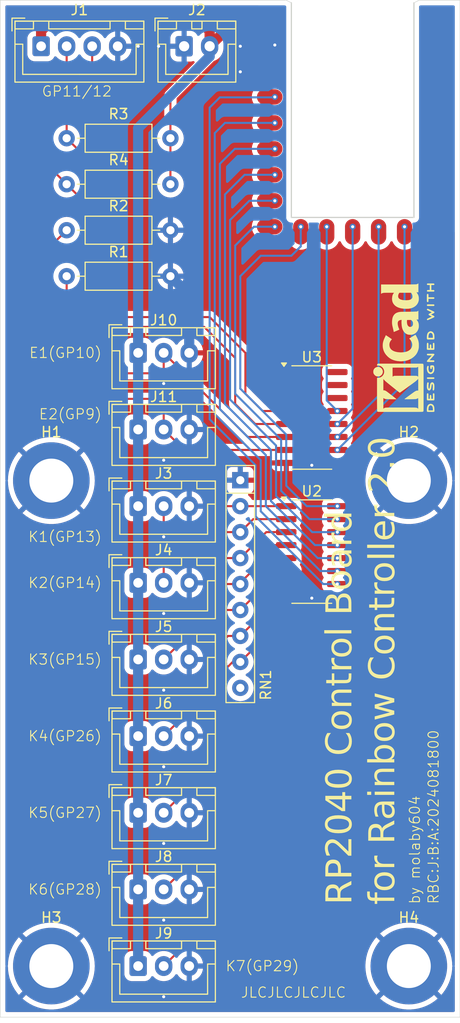
<source format=kicad_pcb>
(kicad_pcb (version 20240108) (generator "pcbnew") (generator_version "8.0")
  (layers (0 "F.Cu" signal) (31 "B.Cu" signal) (34 "B.Paste" user) (35 "F.Paste" user) (36 "B.SilkS" user "B.Silkscreen") (37 "F.SilkS" user "F.Silkscreen") (38 "B.Mask" user) (39 "F.Mask" user) (44 "Edge.Cuts" user))
  (net 0 "")
  (net 1 "K1")
  (net 2 "K2")
  (net 3 "GND")
  (net 4 "+5V")
  (net 5 "HBT1")
  (net 6 "HBT2")
  (net 7 "HBT3")
  (net 8 "HBT4")
  (net 9 "HBT5")
  (net 10 "HBT6")
  (net 11 "HBT7")
  (net 12 "HE1")
  (net 13 "HE2")
  (net 25 "LBT2")
  (net 26 "LBT5")
  (net 28 "LBT1")
  (net 29 "LBT4")
  (net 30 "LBT7")
  (net 31 "LBT6")
  (net 32 "LBT3")
  (net 33 "LK2")
  (net 34 "LK1")
  (net 35 "LE1")
  (net 36 "LE2")
  (footprint "Symbol:KiCad-Logo2_5mm_SilkScreen" (layer "F.Cu") (at 134.5 87 90)
    (property "Reference" "REF**" (hide yes))
    (property "Value" "KiCad-Logo2_5mm_SilkScreen" (hide yes))
  )
  (footprint "Connector_JST:JST_XH_B2B-XH-A_1x02_P2.50mm_Vertical" (layer "F.Cu") (at 113 57.5)
    (property "Reference" "J2" (at 1.25 -3.55 0) (layer "F.SilkS"))
    (property "Value" "2ND_PWR")
    (pad "1" thru_hole roundrect (at 0 0) (size 1.7 2) (drill 1) (layers "*.Cu" "*.Mask") (roundrect_rratio 0.147059) (net 3 "GND"))
    (pad "2" thru_hole oval (at 2.5 0) (size 1.7 2) (drill 1) (layers "*.Cu" "*.Mask") (net 4 "+5V"))
  )
  (footprint "Resistor_THT:R_Array_SIP9" (layer "F.Cu") (at 118.5 99.96 -90)
    (property "Reference" "RN1" (at 20.04 -2.5 90) (layer "F.SilkS"))
    (property "Value" "10K")
    (pad "1" thru_hole rect (at 0 0 270) (size 1.6 1.6) (drill 0.8) (layers "*.Cu" "*.Mask") (net 3 "GND"))
    (pad "2" thru_hole oval (at 2.54 0 270) (size 1.6 1.6) (drill 0.8) (layers "*.Cu" "*.Mask") (net 5 "HBT1"))
    (pad "3" thru_hole oval (at 5.08 0 270) (size 1.6 1.6) (drill 0.8) (layers "*.Cu" "*.Mask") (net 6 "HBT2"))
    (pad "4" thru_hole oval (at 7.62 0 270) (size 1.6 1.6) (drill 0.8) (layers "*.Cu" "*.Mask") (net 7 "HBT3"))
    (pad "5" thru_hole oval (at 10.16 0 270) (size 1.6 1.6) (drill 0.8) (layers "*.Cu" "*.Mask") (net 8 "HBT4"))
    (pad "6" thru_hole oval (at 12.7 0 270) (size 1.6 1.6) (drill 0.8) (layers "*.Cu" "*.Mask") (net 9 "HBT5"))
    (pad "7" thru_hole oval (at 15.24 0 270) (size 1.6 1.6) (drill 0.8) (layers "*.Cu" "*.Mask") (net 10 "HBT6"))
    (pad "8" thru_hole oval (at 17.78 0 270) (size 1.6 1.6) (drill 0.8) (layers "*.Cu" "*.Mask") (net 11 "HBT7"))
    (pad "9" thru_hole oval (at 20.32 0 270) (size 1.6 1.6) (drill 0.8) (layers "*.Cu" "*.Mask"))
  )
  (footprint "Connector_JST:JST_XH_B3B-XH-A_1x03_P2.50mm_Vertical" (layer "F.Cu") (at 108.5 140)
    (property "Reference" "J8" (at 2.5 -3.2 0) (layer "F.SilkS"))
    (property "Value" "BT6")
    (pad "1" thru_hole roundrect (at 0 0) (size 1.7 1.95) (drill 0.95) (layers "*.Cu" "*.Mask") (roundrect_rratio 0.147059) (net 4 "+5V"))
    (pad "2" thru_hole oval (at 2.5 0) (size 1.7 1.95) (drill 0.95) (layers "*.Cu" "*.Mask") (net 10 "HBT6"))
    (pad "3" thru_hole oval (at 5 0) (size 1.7 1.95) (drill 0.95) (layers "*.Cu" "*.Mask") (net 3 "GND"))
  )
  (footprint "Connector_JST:JST_XH_B3B-XH-A_1x03_P2.50mm_Vertical" (layer "F.Cu") (at 108.5 95)
    (property "Reference" "J11" (at 2.5 -3.2 0) (layer "F.SilkS"))
    (property "Value" "E2")
    (pad "1" thru_hole roundrect (at 0 0) (size 1.7 1.95) (drill 0.95) (layers "*.Cu" "*.Mask") (roundrect_rratio 0.147059) (net 4 "+5V"))
    (pad "2" thru_hole oval (at 2.5 0) (size 1.7 1.95) (drill 0.95) (layers "*.Cu" "*.Mask") (net 13 "HE2"))
    (pad "3" thru_hole oval (at 5 0) (size 1.7 1.95) (drill 0.95) (layers "*.Cu" "*.Mask") (net 3 "GND"))
  )
  (footprint "MountingHole:MountingHole_4.3mm_M4_DIN965_Pad" (layer "F.Cu") (at 100 100)
    (property "Reference" "H1" (at 0 -4.75 0) (layer "F.SilkS"))
    (property "Value" "M4")
    (pad "1" thru_hole circle (at 0 0) (size 7.5 7.5) (drill 4.3) (layers "*.Cu" "*.Mask") (net 3 "GND"))
  )
  (footprint "Connector_JST:JST_XH_B3B-XH-A_1x03_P2.50mm_Vertical" (layer "F.Cu") (at 108.5 117.5)
    (property "Reference" "J5" (at 2.5 -3.2 0) (layer "F.SilkS"))
    (property "Value" "BT3")
    (pad "1" thru_hole roundrect (at 0 0) (size 1.7 1.95) (drill 0.95) (layers "*.Cu" "*.Mask") (roundrect_rratio 0.147059) (net 4 "+5V"))
    (pad "2" thru_hole oval (at 2.5 0) (size 1.7 1.95) (drill 0.95) (layers "*.Cu" "*.Mask") (net 7 "HBT3"))
    (pad "3" thru_hole oval (at 5 0) (size 1.7 1.95) (drill 0.95) (layers "*.Cu" "*.Mask") (net 3 "GND"))
  )
  (footprint "mcu:rp2040-zero-smd" (layer "F.Cu") (at 129.5 65)
    (property "Reference" "U1" (hide yes))
    (property "Value" "rp2040-zero" (hide yes))
    (fp_line (start -6 -11.75) (end -6 9.25) (stroke (width 0.12)) (layer "Edge.Cuts"))
    (fp_line (start -6 9.25) (end 6 9.25) (stroke (width 0.12)) (layer "Edge.Cuts"))
    (fp_line (start 6 9.25) (end 6 -11.75) (stroke (width 0.12)) (layer "Edge.Cuts"))
    (pad "1" smd oval (at 7.62 -10.16 180) (size 2.5 1.5) (drill (offset -0.5 0)) (layers "F.Cu" "F.Paste" "F.Mask"))
    (pad "2" smd oval (at 7.62 -7.62 180) (size 2.5 1.5) (drill (offset -0.5 0)) (layers "F.Cu" "F.Paste" "F.Mask"))
    (pad "3" smd oval (at 7.62 -5.08 180) (size 2.5 1.5) (drill (offset -0.5 0)) (layers "F.Cu" "F.Paste" "F.Mask"))
    (pad "4" smd oval (at 7.62 -2.54 180) (size 2.5 1.5) (drill (offset -0.5 0)) (layers "F.Cu" "F.Paste" "F.Mask"))
    (pad "5" smd oval (at 7.62 0 180) (size 2.5 1.5) (drill (offset -0.5 0)) (layers "F.Cu" "F.Paste" "F.Mask"))
    (pad "6" smd oval (at 7.62 2.54 180) (size 2.5 1.5) (drill (offset -0.5 0)) (layers "F.Cu" "F.Paste" "F.Mask"))
    (pad "7" smd oval (at 7.62 5.08 180) (size 2.5 1.5) (drill (offset -0.5 0)) (layers "F.Cu" "F.Paste" "F.Mask"))
    (pad "8" smd oval (at 7.62 7.62 180) (size 2.5 1.5) (drill (offset -0.5 0)) (layers "F.Cu" "F.Paste" "F.Mask"))
    (pad "9" smd oval (at 7.62 10.16 180) (size 2.5 1.5) (drill (offset -0.5 0)) (layers "F.Cu" "F.Paste" "F.Mask"))
    (pad "10" smd oval (at 5.08 10.16 90) (size 2.5 1.5) (drill (offset -0.5 0)) (layers "F.Cu" "F.Paste" "F.Mask") (net 36 "LE2"))
    (pad "11" smd oval (at 2.54 10.16 90) (size 2.5 1.5) (drill (offset -0.5 0)) (layers "F.Cu" "F.Paste" "F.Mask") (net 35 "LE1"))
    (pad "12" smd oval (at 0 10.16 90) (size 2.5 1.5) (drill (offset -0.5 0)) (layers "F.Cu" "F.Paste" "F.Mask") (net 33 "LK2"))
    (pad "13" smd oval (at -2.54 10.16 90) (size 2.5 1.5) (drill (offset -0.5 0)) (layers "F.Cu" "F.Paste" "F.Mask") (net 34 "LK1"))
    (pad "14" smd oval (at -5.08 10.16 90) (size 2.5 1.5) (drill (offset -0.5 0)) (layers "F.Cu" "F.Paste" "F.Mask") (net 28 "LBT1"))
    (pad "15" smd oval (at -7.62 10.16) (size 2.5 1.5) (drill (offset -0.5 0)) (layers "F.Cu" "F.Paste" "F.Mask") (net 25 "LBT2"))
    (pad "16" smd oval (at -7.62 7.62) (size 2.5 1.5) (drill (offset -0.5 0)) (layers "F.Cu" "F.Paste" "F.Mask") (net 32 "LBT3"))
    (pad "17" smd oval (at -7.62 5.08) (size 2.5 1.5) (drill (offset -0.5 0)) (layers "F.Cu" "F.Paste" "F.Mask") (net 29 "LBT4"))
    (pad "18" smd oval (at -7.62 2.54) (size 2.5 1.5) (drill (offset -0.5 0)) (layers "F.Cu" "F.Paste" "F.Mask") (net 26 "LBT5"))
    (pad "19" smd oval (at -7.62 0) (size 2.5 1.5) (drill (offset -0.5 0)) (layers "F.Cu" "F.Paste" "F.Mask") (net 31 "LBT6"))
    (pad "20" smd oval (at -7.62 -2.54) (size 2.5 1.5) (drill (offset -0.5 0)) (layers "F.Cu" "F.Paste" "F.Mask") (net 30 "LBT7"))
    (pad "21" smd oval (at -7.62 -5.08) (size 2.5 1.5) (drill (offset -0.5 0)) (layers "F.Cu" "F.Paste" "F.Mask"))
    (pad "22" smd oval (at -7.62 -7.62) (size 2.5 1.5) (drill (offset -0.5 0)) (layers "F.Cu" "F.Paste" "F.Mask") (net 3 "GND"))
    (pad "23" smd oval (at -7.62 -10.16) (size 2.5 1.5) (drill (offset -0.5 0)) (layers "F.Cu" "F.Paste" "F.Mask") (net 4 "+5V"))
  )
  (footprint "Connector_JST:JST_XH_B3B-XH-A_1x03_P2.50mm_Vertical" (layer "F.Cu") (at 108.5 87.5)
    (property "Reference" "J10" (at 2.5 -3.2 0) (layer "F.SilkS"))
    (property "Value" "E1")
    (pad "1" thru_hole roundrect (at 0 0) (size 1.7 1.95) (drill 0.95) (layers "*.Cu" "*.Mask") (roundrect_rratio 0.147059) (net 4 "+5V"))
    (pad "2" thru_hole oval (at 2.5 0) (size 1.7 1.95) (drill 0.95) (layers "*.Cu" "*.Mask") (net 12 "HE1"))
    (pad "3" thru_hole oval (at 5 0) (size 1.7 1.95) (drill 0.95) (layers "*.Cu" "*.Mask") (net 3 "GND"))
  )
  (footprint "MountingHole:MountingHole_4.3mm_M4_DIN965_Pad" (layer "F.Cu") (at 100 147.5)
    (property "Reference" "H3" (at 0 -4.75 0) (layer "F.SilkS"))
    (property "Value" "M4")
    (pad "1" thru_hole circle (at 0 0) (size 7.5 7.5) (drill 4.3) (layers "*.Cu" "*.Mask") (net 3 "GND"))
  )
  (footprint "MountingHole:MountingHole_4.3mm_M4_DIN965_Pad" (layer "F.Cu") (at 135 147.5)
    (property "Reference" "H4" (at 0 -4.75 0) (layer "F.SilkS"))
    (property "Value" "M4")
    (pad "1" thru_hole circle (at 0 0) (size 7.5 7.5) (drill 4.3) (layers "*.Cu" "*.Mask") (net 3 "GND"))
  )
  (footprint "Resistor_THT:R_Axial_DIN0207_L6.3mm_D2.5mm_P10.16mm_Horizontal" (layer "F.Cu") (at 101.5 80)
    (property "Reference" "R1" (at 5.08 -2.37 0) (layer "F.SilkS"))
    (property "Value" "10k")
    (pad "1" thru_hole circle (at 0 0) (size 1.6 1.6) (drill 0.8) (layers "*.Cu" "*.Mask") (net 12 "HE1"))
    (pad "2" thru_hole oval (at 10.16 0) (size 1.6 1.6) (drill 0.8) (layers "*.Cu" "*.Mask") (net 3 "GND"))
  )
  (footprint "MountingHole:MountingHole_4.3mm_M4_DIN965_Pad" (layer "F.Cu") (at 135 100)
    (property "Reference" "H2" (at 0 -4.75 0) (layer "F.SilkS"))
    (property "Value" "M4")
    (pad "1" thru_hole circle (at 0 0) (size 7.5 7.5) (drill 4.3) (layers "*.Cu" "*.Mask") (net 3 "GND"))
  )
  (footprint "Package_SO:SOP-16_3.9x9.9mm_P1.27mm" (layer "F.Cu") (at 125.5 106.945)
    (property "Reference" "U2" (at 0 -5.9 0) (layer "F.SilkS"))
    (property "Value" "ULN2003")
    (pad "1" smd roundrect (at -2.5 -4.445) (size 2 0.6) (layers "F.Cu" "F.Paste" "F.Mask") (net 5 "HBT1"))
    (pad "2" smd roundrect (at -2.5 -3.175) (size 2 0.6) (layers "F.Cu" "F.Paste" "F.Mask") (net 6 "HBT2"))
    (pad "3" smd roundrect (at -2.5 -1.905) (size 2 0.6) (layers "F.Cu" "F.Paste" "F.Mask") (net 7 "HBT3"))
    (pad "4" smd roundrect (at -2.5 -0.635) (size 2 0.6) (layers "F.Cu" "F.Paste" "F.Mask") (net 8 "HBT4"))
    (pad "5" smd roundrect (at -2.5 0.635) (size 2 0.6) (layers "F.Cu" "F.Paste" "F.Mask") (net 9 "HBT5"))
    (pad "6" smd roundrect (at -2.5 1.905) (size 2 0.6) (layers "F.Cu" "F.Paste" "F.Mask") (net 10 "HBT6"))
    (pad "7" smd roundrect (at -2.5 3.175) (size 2 0.6) (layers "F.Cu" "F.Paste" "F.Mask") (net 11 "HBT7"))
    (pad "8" smd roundrect (at -2.5 4.445) (size 2 0.6) (layers "F.Cu" "F.Paste" "F.Mask") (net 3 "GND"))
    (pad "9" smd roundrect (at 2.5 4.445) (size 2 0.6) (layers "F.Cu" "F.Paste" "F.Mask"))
    (pad "10" smd roundrect (at 2.5 3.175) (size 2 0.6) (layers "F.Cu" "F.Paste" "F.Mask") (net 30 "LBT7"))
    (pad "11" smd roundrect (at 2.5 1.905) (size 2 0.6) (layers "F.Cu" "F.Paste" "F.Mask") (net 31 "LBT6"))
    (pad "12" smd roundrect (at 2.5 0.635) (size 2 0.6) (layers "F.Cu" "F.Paste" "F.Mask") (net 26 "LBT5"))
    (pad "13" smd roundrect (at 2.5 -0.635) (size 2 0.6) (layers "F.Cu" "F.Paste" "F.Mask") (net 29 "LBT4"))
    (pad "14" smd roundrect (at 2.5 -1.905) (size 2 0.6) (layers "F.Cu" "F.Paste" "F.Mask") (net 32 "LBT3"))
    (pad "15" smd roundrect (at 2.5 -3.175) (size 2 0.6) (layers "F.Cu" "F.Paste" "F.Mask") (net 25 "LBT2"))
    (pad "16" smd roundrect (at 2.5 -4.445) (size 2 0.6) (layers "F.Cu" "F.Paste" "F.Mask") (net 28 "LBT1"))
  )
  (footprint "Resistor_THT:R_Axial_DIN0207_L6.3mm_D2.5mm_P10.16mm_Horizontal" (layer "F.Cu") (at 101.5 66.5)
    (property "Reference" "R3" (at 5.08 -2.37 0) (layer "F.SilkS"))
    (property "Value" "10k")
    (pad "1" thru_hole circle (at 0 0) (size 1.6 1.6) (drill 0.8) (layers "*.Cu" "*.Mask") (net 1 "K1"))
    (pad "2" thru_hole oval (at 10.16 0) (size 1.6 1.6) (drill 0.8) (layers "*.Cu" "*.Mask") (net 4 "+5V"))
  )
  (footprint "Resistor_THT:R_Axial_DIN0207_L6.3mm_D2.5mm_P10.16mm_Horizontal" (layer "F.Cu") (at 101.5 71)
    (property "Reference" "R4" (at 5.08 -2.37 0) (layer "F.SilkS"))
    (property "Value" "10k")
    (pad "1" thru_hole circle (at 0 0) (size 1.6 1.6) (drill 0.8) (layers "*.Cu" "*.Mask") (net 2 "K2"))
    (pad "2" thru_hole oval (at 10.16 0) (size 1.6 1.6) (drill 0.8) (layers "*.Cu" "*.Mask") (net 4 "+5V"))
  )
  (footprint "Connector_JST:JST_XH_B3B-XH-A_1x03_P2.50mm_Vertical" (layer "F.Cu") (at 108.5 125)
    (property "Reference" "J6" (at 2.5 -3.2 0) (layer "F.SilkS"))
    (property "Value" "BT4")
    (pad "1" thru_hole roundrect (at 0 0) (size 1.7 1.95) (drill 0.95) (layers "*.Cu" "*.Mask") (roundrect_rratio 0.147059) (net 4 "+5V"))
    (pad "2" thru_hole oval (at 2.5 0) (size 1.7 1.95) (drill 0.95) (layers "*.Cu" "*.Mask") (net 8 "HBT4"))
    (pad "3" thru_hole oval (at 5 0) (size 1.7 1.95) (drill 0.95) (layers "*.Cu" "*.Mask") (net 3 "GND"))
  )
  (footprint "Connector_JST:JST_XH_B3B-XH-A_1x03_P2.50mm_Vertical" (layer "F.Cu") (at 108.5 110)
    (property "Reference" "J4" (at 2.5 -3.2 0) (layer "F.SilkS"))
    (property "Value" "BT2")
    (pad "1" thru_hole roundrect (at 0 0) (size 1.7 1.95) (drill 0.95) (layers "*.Cu" "*.Mask") (roundrect_rratio 0.147059) (net 4 "+5V"))
    (pad "2" thru_hole oval (at 2.5 0) (size 1.7 1.95) (drill 0.95) (layers "*.Cu" "*.Mask") (net 6 "HBT2"))
    (pad "3" thru_hole oval (at 5 0) (size 1.7 1.95) (drill 0.95) (layers "*.Cu" "*.Mask") (net 3 "GND"))
  )
  (footprint "Connector_JST:JST_XH_B3B-XH-A_1x03_P2.50mm_Vertical" (layer "F.Cu") (at 108.5 102.5)
    (property "Reference" "J3" (at 2.5 -3.2 0) (layer "F.SilkS"))
    (property "Value" "BT1")
    (pad "1" thru_hole roundrect (at 0 0) (size 1.7 1.95) (drill 0.95) (layers "*.Cu" "*.Mask") (roundrect_rratio 0.147059) (net 4 "+5V"))
    (pad "2" thru_hole oval (at 2.5 0) (size 1.7 1.95) (drill 0.95) (layers "*.Cu" "*.Mask") (net 5 "HBT1"))
    (pad "3" thru_hole oval (at 5 0) (size 1.7 1.95) (drill 0.95) (layers "*.Cu" "*.Mask") (net 3 "GND"))
  )
  (footprint "Connector_JST:JST_XH_B4B-XH-A_1x04_P2.50mm_Vertical" (layer "F.Cu") (at 99 57.5)
    (property "Reference" "J1" (at 3.75 -3.55 0) (layer "F.SilkS"))
    (property "Value" "SCR_SENSE")
    (pad "1" thru_hole roundrect (at 0 0) (size 1.7 1.95) (drill 0.95) (layers "*.Cu" "*.Mask") (roundrect_rratio 0.147059) (net 4 "+5V"))
    (pad "2" thru_hole oval (at 2.5 0) (size 1.7 1.95) (drill 0.95) (layers "*.Cu" "*.Mask") (net 2 "K2"))
    (pad "3" thru_hole oval (at 5 0) (size 1.7 1.95) (drill 0.95) (layers "*.Cu" "*.Mask") (net 1 "K1"))
    (pad "4" thru_hole oval (at 7.5 0) (size 1.7 1.95) (drill 0.95) (layers "*.Cu" "*.Mask") (net 3 "GND"))
  )
  (footprint "Package_SO:SOP-16_3.9x9.9mm_P1.27mm" (layer "F.Cu") (at 125.5 93.825)
    (property "Reference" "U3" (at 0 -5.9 0) (layer "F.SilkS"))
    (property "Value" "ULN2003")
    (pad "1" smd roundrect (at -2.5 -4.445) (size 2 0.6) (layers "F.Cu" "F.Paste" "F.Mask"))
    (pad "2" smd roundrect (at -2.5 -3.175) (size 2 0.6) (layers "F.Cu" "F.Paste" "F.Mask"))
    (pad "3" smd roundrect (at -2.5 -1.905) (size 2 0.6) (layers "F.Cu" "F.Paste" "F.Mask"))
    (pad "4" smd roundrect (at -2.5 -0.635) (size 2 0.6) (layers "F.Cu" "F.Paste" "F.Mask") (net 1 "K1"))
    (pad "5" smd roundrect (at -2.5 0.635) (size 2 0.6) (layers "F.Cu" "F.Paste" "F.Mask") (net 2 "K2"))
    (pad "6" smd roundrect (at -2.5 1.905) (size 2 0.6) (layers "F.Cu" "F.Paste" "F.Mask") (net 12 "HE1"))
    (pad "7" smd roundrect (at -2.5 3.175) (size 2 0.6) (layers "F.Cu" "F.Paste" "F.Mask") (net 13 "HE2"))
    (pad "8" smd roundrect (at -2.5 4.445) (size 2 0.6) (layers "F.Cu" "F.Paste" "F.Mask") (net 3 "GND"))
    (pad "9" smd roundrect (at 2.5 4.445) (size 2 0.6) (layers "F.Cu" "F.Paste" "F.Mask"))
    (pad "10" smd roundrect (at 2.5 3.175) (size 2 0.6) (layers "F.Cu" "F.Paste" "F.Mask") (net 36 "LE2"))
    (pad "11" smd roundrect (at 2.5 1.905) (size 2 0.6) (layers "F.Cu" "F.Paste" "F.Mask") (net 35 "LE1"))
    (pad "12" smd roundrect (at 2.5 0.635) (size 2 0.6) (layers "F.Cu" "F.Paste" "F.Mask") (net 33 "LK2"))
    (pad "13" smd roundrect (at 2.5 -0.635) (size 2 0.6) (layers "F.Cu" "F.Paste" "F.Mask") (net 34 "LK1"))
    (pad "14" smd roundrect (at 2.5 -1.905) (size 2 0.6) (layers "F.Cu" "F.Paste" "F.Mask"))
    (pad "15" smd roundrect (at 2.5 -3.175) (size 2 0.6) (layers "F.Cu" "F.Paste" "F.Mask"))
    (pad "16" smd roundrect (at 2.5 -4.445) (size 2 0.6) (layers "F.Cu" "F.Paste" "F.Mask"))
  )
  (footprint "Resistor_THT:R_Axial_DIN0207_L6.3mm_D2.5mm_P10.16mm_Horizontal" (layer "F.Cu") (at 101.5 75.5)
    (property "Reference" "R2" (at 5.08 -2.37 0) (layer "F.SilkS"))
    (property "Value" "10k")
    (pad "1" thru_hole circle (at 0 0) (size 1.6 1.6) (drill 0.8) (layers "*.Cu" "*.Mask") (net 13 "HE2"))
    (pad "2" thru_hole oval (at 10.16 0) (size 1.6 1.6) (drill 0.8) (layers "*.Cu" "*.Mask") (net 3 "GND"))
  )
  (footprint "Connector_JST:JST_XH_B3B-XH-A_1x03_P2.50mm_Vertical" (layer "F.Cu") (at 108.5 147.5)
    (property "Reference" "J9" (at 2.5 -3.2 0) (layer "F.SilkS"))
    (property "Value" "BT7")
    (pad "1" thru_hole roundrect (at 0 0) (size 1.7 1.95) (drill 0.95) (layers "*.Cu" "*.Mask") (roundrect_rratio 0.147059) (net 4 "+5V"))
    (pad "2" thru_hole oval (at 2.5 0) (size 1.7 1.95) (drill 0.95) (layers "*.Cu" "*.Mask") (net 11 "HBT7"))
    (pad "3" thru_hole oval (at 5 0) (size 1.7 1.95) (drill 0.95) (layers "*.Cu" "*.Mask") (net 3 "GND"))
  )
  (footprint "Connector_JST:JST_XH_B3B-XH-A_1x03_P2.50mm_Vertical" (layer "F.Cu") (at 108.5 132.5)
    (property "Reference" "J7" (at 2.5 -3.2 0) (layer "F.SilkS"))
    (property "Value" "BT5")
    (pad "1" thru_hole roundrect (at 0 0) (size 1.7 1.95) (drill 0.95) (layers "*.Cu" "*.Mask") (roundrect_rratio 0.147059) (net 4 "+5V"))
    (pad "2" thru_hole oval (at 2.5 0) (size 1.7 1.95) (drill 0.95) (layers "*.Cu" "*.Mask") (net 9 "HBT5"))
    (pad "3" thru_hole oval (at 5 0) (size 1.7 1.95) (drill 0.95) (layers "*.Cu" "*.Mask") (net 3 "GND"))
  )
  (gr_line (start 95 152.5) (end 140 152.5) (stroke (width 0.05)) (layer "Edge.Cuts"))
  (gr_line (start 140 53) (end 136 53) (stroke (width 0.05)) (layer "Edge.Cuts"))
  (gr_line (start 123.5 53.25) (end 123 53) (stroke (width 0.05)) (layer "Edge.Cuts"))
  (gr_line (start 123 53) (end 95 53) (stroke (width 0.05)) (layer "Edge.Cuts"))
  (gr_line (start 140 152.5) (end 140 53) (stroke (width 0.05)) (layer "Edge.Cuts"))
  (gr_line (start 136 53) (end 135.5 53.25) (stroke (width 0.05)) (layer "Edge.Cuts"))
  (gr_line (start 95 53) (end 95 152.5) (stroke (width 0.05)) (layer "Edge.Cuts"))
  (gr_text "K1(GP13)" (at 105 105.5 0) (layer "F.SilkS") (effects (font (size 1 1) (thickness 0.1)) (justify right)))
  (gr_text "K6(GP28)" (at 105 140 0) (layer "F.SilkS") (effects (font (size 1 1) (thickness 0.1)) (justify right)))
  (gr_text "JLCJLCJLCJLC" (at 118.5 149.5 0) (layer "F.SilkS") (effects (font (size 1 1) (thickness 0.1)) (justify left top)))
  (gr_text "by molaby604" (at 135 141.5 90) (layer "F.SilkS") (effects (font (size 1 1) (thickness 0.1)) (justify left top)))
  (gr_text "K7(GP29)" (at 117 147.5 0) (layer "F.SilkS") (effects (font (size 1 1) (thickness 0.1)) (justify left)))
  (gr_text "GP11/12" (at 102.5 62.5 0) (layer "F.SilkS") (effects (font (size 1 1) (thickness 0.1)) (justify bottom)))
  (gr_text "E1(GP10)" (at 105 87.5 0) (layer "F.SilkS") (effects (font (size 1 1) (thickness 0.1)) (justify right)))
  (gr_text "K4(GP26)" (at 105 125 0) (layer "F.SilkS") (effects (font (size 1 1) (thickness 0.1)) (justify right)))
  (gr_text "RP2040 Control Board\nfor Rainbow Controller 2.0" (at 134 141.5 90) (layer "F.SilkS") (effects (font (size 2.5 2.5) (thickness 0.1)) (justify left bottom)))
  (gr_text "E2(GP9)" (at 105 93.5 0) (layer "F.SilkS") (effects (font (size 1 1) (thickness 0.1)) (justify right)))
  (gr_text "RBC:J:B:A:2024081800" (at 138 141.5 90) (layer "F.SilkS") (effects (font (size 1 1) (thickness 0.1)) (justify left bottom)))
  (gr_text "K5(GP27)" (at 105 132.5 0) (layer "F.SilkS") (effects (font (size 1 1) (thickness 0.1)) (justify right)))
  (gr_text "K3(GP15)" (at 105 117.5 0) (layer "F.SilkS") (effects (font (size 1 1) (thickness 0.1)) (justify right)))
  (gr_text "K2(GP14)" (at 105 110 0) (layer "F.SilkS") (effects (font (size 1 1) (thickness 0.1)) (justify right)))
  (segment (start 105 82) (end 107 84) (width 0.2) (layer "F.Cu") (net 1))
  (segment (start 115.5 84) (end 119 87.5) (width 0.2) (layer "F.Cu") (net 1))
  (segment (start 104 57.5) (end 104 61) (width 0.2) (layer "F.Cu") (net 1))
  (segment (start 119 91.5) (end 120.69 93.19) (width 0.2) (layer "F.Cu") (net 1))
  (segment (start 105 70) (end 105 82) (width 0.2) (layer "F.Cu") (net 1))
  (segment (start 107 84) (end 115.5 84) (width 0.2) (layer "F.Cu") (net 1))
  (segment (start 101.5 66.5) (end 105 70) (width 0.2) (layer "F.Cu") (net 1))
  (segment (start 104 61) (end 101.5 63.5) (width 0.2) (layer "F.Cu") (net 1))
  (segment (start 120.69 93.19) (end 123 93.19) (width 0.2) (layer "F.Cu") (net 1))
  (segment (start 119 87.5) (end 119 91.5) (width 0.2) (layer "F.Cu") (net 1))
  (segment (start 101.5 63.5) (end 101.5 66.5) (width 0.2) (layer "F.Cu") (net 1))
  (segment (start 103.5 83) (end 105.46 84.96) (width 0.2) (layer "F.Cu") (net 2))
  (segment (start 119.96 94.46) (end 123 94.46) (width 0.2) (layer "F.Cu") (net 2))
  (segment (start 105.46 84.96) (end 114.96 84.96) (width 0.2) (layer "F.Cu") (net 2))
  (segment (start 99.5 69) (end 101.5 71) (width 0.2) (layer "F.Cu") (net 2))
  (segment (start 101.5 57.5) (end 101.5 61) (width 0.2) (layer "F.Cu") (net 2))
  (segment (start 101.5 71) (end 103.5 73) (width 0.2) (layer "F.Cu") (net 2))
  (segment (start 101.5 61) (end 99.5 63) (width 0.2) (layer "F.Cu") (net 2))
  (segment (start 99.5 63) (end 99.5 69) (width 0.2) (layer "F.Cu") (net 2))
  (segment (start 118 92.5) (end 119.96 94.46) (width 0.2) (layer "F.Cu") (net 2))
  (segment (start 118 88) (end 118 92.5) (width 0.2) (layer "F.Cu") (net 2))
  (segment (start 103.5 73) (end 103.5 83) (width 0.2) (layer "F.Cu") (net 2))
  (segment (start 114.96 84.96) (end 118 88) (width 0.2) (layer "F.Cu") (net 2))
  (via (at 111 105.5) (size 0.6) (drill 0.3) (layers "F.Cu" "B.Cu") (net 3))
  (via (at 111 98) (size 0.6) (drill 0.3) (layers "F.Cu" "B.Cu") (net 3))
  (via (at 111 128) (size 0.6) (drill 0.3) (layers "F.Cu" "B.Cu") (net 3))
  (via (at 118.5 60) (size 0.6) (drill 0.3) (layers "F.Cu" "B.Cu") (net 3))
  (via (at 111 90.5) (size 0.6) (drill 0.3) (layers "F.Cu" "B.Cu") (net 3))
  (via (at 125.5 111.5) (size 0.6) (drill 0.3) (layers "F.Cu" "B.Cu") (net 3))
  (via (at 111 150.5) (size 0.6) (drill 0.3) (layers "F.Cu" "B.Cu") (net 3))
  (via (at 111 135.5) (size 0.6) (drill 0.3) (layers "F.Cu" "B.Cu") (net 3))
  (via (at 111 120.5) (size 0.6) (drill 0.3) (layers "F.Cu" "B.Cu") (net 3))
  (via (at 125.5 98.5) (size 0.6) (drill 0.3) (layers "F.Cu" "B.Cu") (net 3))
  (via (at 118.5 57.5) (size 0.6) (drill 0.3) (layers "F.Cu" "B.Cu") (net 3))
  (via (at 108.5 57.5) (size 0.6) (drill 0.3) (layers "F.Cu" "B.Cu") (net 3))
  (via (at 111 113) (size 0.6) (drill 0.3) (layers "F.Cu" "B.Cu") (net 3))
  (via (at 110.5 57.5) (size 0.6) (drill 0.3) (layers "F.Cu" "B.Cu") (net 3))
  (via (at 121.88 57.38) (size 0.6) (drill 0.3) (layers "F.Cu" "B.Cu") (net 3))
  (via (at 111 143) (size 0.6) (drill 0.3) (layers "F.Cu" "B.Cu") (net 3))
  (segment (start 113.5 87.5) (end 113.5 81.84) (width 1) (layer "B.Cu") (net 3))
  (segment (start 113.5 81.84) (end 111.66 80) (width 1) (layer "B.Cu") (net 3))
  (segment (start 111.66 71) (end 111.66 66.5) (width 0.2) (layer "F.Cu") (net 4))
  (segment (start 115.5 57.5) (end 118.16 54.84) (width 1) (layer "F.Cu") (net 4))
  (segment (start 111.66 62.34) (end 115.5 58.5) (width 0.2) (layer "F.Cu") (net 4))
  (segment (start 118.16 54.84) (end 121.88 54.84) (width 1) (layer "F.Cu") (net 4))
  (segment (start 115.5 56) (end 114.5 55) (width 1) (layer "F.Cu") (net 4))
  (segment (start 115.5 57.5) (end 115.5 56) (width 1) (layer "F.Cu") (net 4))
  (segment (start 99 56) (end 99 57.5) (width 1) (layer "F.Cu") (net 4))
  (segment (start 114.5 55) (end 100 55) (width 1) (layer "F.Cu") (net 4))
  (segment (start 111.66 66.5) (end 111.66 62.34) (width 0.2) (layer "F.Cu") (net 4))
  (segment (start 115.5 58.5) (end 115.5 57.5) (width 0.2) (layer "F.Cu") (net 4))
  (segment (start 100 55) (end 99 56) (width 1) (layer "F.Cu") (net 4))
  (segment (start 108.5 147.5) (end 108.5 87.5) (width 1) (layer "B.Cu") (net 4))
  (segment (start 108.5 65.5) (end 115.5 58.5) (width 1) (layer "B.Cu") (net 4))
  (segment (start 115.5 58.5) (end 115.5 57.5) (width 1) (layer "B.Cu") (net 4))
  (segment (start 108.5 87.5) (end 108.5 65.5) (width 1) (layer "B.Cu") (net 4))
  (segment (start 114 104.5) (end 116 102.5) (width 0.2) (layer "F.Cu") (net 5))
  (segment (start 116 102.5) (end 118.5 102.5) (width 0.2) (layer "F.Cu") (net 5))
  (segment (start 118.5 102.5) (end 123 102.5) (width 0.2) (layer "F.Cu") (net 5))
  (segment (start 111.5 104.5) (end 114 104.5) (width 0.2) (layer "F.Cu") (net 5))
  (segment (start 111 102.5) (end 111 104) (width 0.2) (layer "F.Cu") (net 5))
  (segment (start 111 104) (end 111.5 104.5) (width 0.2) (layer "F.Cu") (net 5))
  (segment (start 118.5 105.04) (end 119.77 103.77) (width 0.2) (layer "F.Cu") (net 6))
  (segment (start 111 110) (end 111 108.5) (width 0.2) (layer "F.Cu") (net 6))
  (segment (start 114.46 105.04) (end 118.5 105.04) (width 0.2) (layer "F.Cu") (net 6))
  (segment (start 119.77 103.77) (end 123 103.77) (width 0.2) (layer "F.Cu") (net 6))
  (segment (start 111 108.5) (end 114.46 105.04) (width 0.2) (layer "F.Cu") (net 6))
  (segment (start 116.42 107.58) (end 118.5 107.58) (width 0.2) (layer "F.Cu") (net 7))
  (segment (start 115 113.5) (end 115 109) (width 0.2) (layer "F.Cu") (net 7))
  (segment (start 121.04 105.04) (end 118.5 107.58) (width 0.2) (layer "F.Cu") (net 7))
  (segment (start 111 117.5) (end 115 113.5) (width 0.2) (layer "F.Cu") (net 7))
  (segment (start 123 105.04) (end 121.04 105.04) (width 0.2) (layer "F.Cu") (net 7))
  (segment (start 115 109) (end 116.42 107.58) (width 0.2) (layer "F.Cu") (net 7))
  (segment (start 120 107.5) (end 120 108.5) (width 0.2) (layer "F.Cu") (net 8))
  (segment (start 118.5 110) (end 118.5 110.12) (width 0.2) (layer "F.Cu") (net 8))
  (segment (start 123 106.31) (end 121.19 106.31) (width 0.2) (layer "F.Cu") (net 8))
  (segment (start 115.5 120.5) (end 115.5 111) (width 0.2) (layer "F.Cu") (net 8))
  (segment (start 121.19 106.31) (end 120 107.5) (width 0.2) (layer "F.Cu") (net 8))
  (segment (start 111 125) (end 115.5 120.5) (width 0.2) (layer "F.Cu") (net 8))
  (segment (start 116.38 110.12) (end 118.5 110.12) (width 0.2) (layer "F.Cu") (net 8))
  (segment (start 115.5 111) (end 116.38 110.12) (width 0.2) (layer "F.Cu") (net 8))
  (segment (start 120 108.5) (end 118.5 110) (width 0.2) (layer "F.Cu") (net 8))
  (segment (start 121.42 107.58) (end 123 107.58) (width 0.2) (layer "F.Cu") (net 9))
  (segment (start 118.5 112.66) (end 120.5 110.66) (width 0.2) (layer "F.Cu") (net 9))
  (segment (start 116 113.5) (end 116 127.5) (width 0.2) (layer "F.Cu") (net 9))
  (segment (start 116.84 112.66) (end 116 113.5) (width 0.2) (layer "F.Cu") (net 9))
  (segment (start 116 127.5) (end 111 132.5) (width 0.2) (layer "F.Cu") (net 9))
  (segment (start 120.5 108.5) (end 121.42 107.58) (width 0.2) (layer "F.Cu") (net 9))
  (segment (start 120.5 110.66) (end 120.5 108.5) (width 0.2) (layer "F.Cu") (net 9))
  (segment (start 118.5 112.66) (end 116.84 112.66) (width 0.2) (layer "F.Cu") (net 9))
  (segment (start 116.5 134.5) (end 116.5 116) (width 0.2) (layer "F.Cu") (net 10))
  (segment (start 117.3 115.2) (end 118.5 115.2) (width 0.2) (layer "F.Cu") (net 10))
  (segment (start 121 112.7) (end 121 109.5) (width 0.2) (layer "F.Cu") (net 10))
  (segment (start 121.65 108.85) (end 123 108.85) (width 0.2) (layer "F.Cu") (net 10))
  (segment (start 111 140) (end 116.5 134.5) (width 0.2) (layer "F.Cu") (net 10))
  (segment (start 118.5 115.2) (end 121 112.7) (width 0.2) (layer "F.Cu") (net 10))
  (segment (start 116.5 116) (end 117.3 115.2) (width 0.2) (layer "F.Cu") (net 10))
  (segment (start 121 109.5) (end 121.65 108.85) (width 0.2) (layer "F.Cu") (net 10))
  (segment (start 121.5 114.74) (end 121.5 110.620001) (width 0.2) (layer "F.Cu") (net 11))
  (segment (start 118.5 117.74) (end 121.5 114.74) (width 0.2) (layer "F.Cu") (net 11))
  (segment (start 121.5 110.620001) (end 122.000001 110.12) (width 0.2) (layer "F.Cu") (net 11))
  (segment (start 117.76 117.74) (end 117 118.5) (width 0.2) (layer "F.Cu") (net 11))
  (segment (start 117 141.5) (end 111 147.5) (width 0.2) (layer "F.Cu") (net 11))
  (segment (start 122.000001 110.12) (end 123 110.12) (width 0.2) (layer "F.Cu") (net 11))
  (segment (start 117 118.5) (end 117 141.5) (width 0.2) (layer "F.Cu") (net 11))
  (segment (start 118.5 117.74) (end 117.76 117.74) (width 0.2) (layer "F.Cu") (net 11))
  (segment (start 105 89.5) (end 110.5 89.5) (width 0.2) (layer "F.Cu") (net 12))
  (segment (start 101.5 80) (end 101.5 86) (width 0.2) (layer "F.Cu") (net 12))
  (segment (start 111 89) (end 111 87.5) (width 0.2) (layer "F.Cu") (net 12))
  (segment (start 111 87.5) (end 119.23 95.73) (width 0.2) (layer "F.Cu") (net 12))
  (segment (start 101.5 86) (end 105 89.5) (width 0.2) (layer "F.Cu") (net 12))
  (segment (start 110.5 89.5) (end 111 89) (width 0.2) (layer "F.Cu") (net 12))
  (segment (start 119.23 95.73) (end 123 95.73) (width 0.2) (layer "F.Cu") (net 12))
  (segment (start 110.5 92) (end 111 92.5) (width 0.2) (layer "F.Cu") (net 13))
  (segment (start 104.96 92) (end 110.5 92) (width 0.2) (layer "F.Cu") (net 13))
  (segment (start 111 92.5) (end 111 95) (width 0.2) (layer "F.Cu") (net 13))
  (segment (start 111 95) (end 113 97) (width 0.2) (layer "F.Cu") (net 13))
  (segment (start 99.5 86.54) (end 104.96 92) (width 0.2) (layer "F.Cu") (net 13))
  (segment (start 101.5 75.5) (end 99.5 77.5) (width 0.2) (layer "F.Cu") (net 13))
  (segment (start 99.5 77.5) (end 99.5 86.54) (width 0.2) (layer "F.Cu") (net 13))
  (segment (start 113 97) (end 123 97) (width 0.2) (layer "F.Cu") (net 13))
  (via (at 121.88 75.16) (size 0.6) (drill 0.3) (layers "F.Cu" "B.Cu") (net 25))
  (via (at 128 103.77) (size 0.6) (drill 0.3) (layers "F.Cu" "B.Cu") (net 25))
  (segment (start 125.27 103.77) (end 122.5 101) (width 0.2) (layer "B.Cu") (net 25))
  (segment (start 118 91.5) (end 118 77) (width 0.2) (layer "B.Cu") (net 25))
  (segment (start 122.5 96) (end 118 91.5) (width 0.2) (layer "B.Cu") (net 25))
  (segment (start 119.84 75.16) (end 121.88 75.16) (width 0.2) (layer "B.Cu") (net 25))
  (segment (start 122.5 101) (end 122.5 96) (width 0.2) (layer "B.Cu") (net 25))
  (segment (start 128 103.77) (end 125.27 103.77) (width 0.2) (layer "B.Cu") (net 25))
  (segment (start 118 77) (end 119.84 75.16) (width 0.2) (layer "B.Cu") (net 25))
  (via (at 128 107.58) (size 0.6) (drill 0.3) (layers "F.Cu" "B.Cu") (net 26))
  (via (at 121.88 67.54) (size 0.6) (drill 0.3) (layers "F.Cu" "B.Cu") (net 26))
  (segment (start 121 102.5) (end 121 97.5) (width 0.2) (layer "B.Cu") (net 26))
  (segment (start 116.5 69) (end 117.96 67.54) (width 0.2) (layer "B.Cu") (net 26))
  (segment (start 117.96 67.54) (end 121.88 67.54) (width 0.2) (layer "B.Cu") (net 26))
  (segment (start 121 97.5) (end 116.5 93) (width 0.2) (layer "B.Cu") (net 26))
  (segment (start 128 107.58) (end 126.08 107.58) (width 0.2) (layer "B.Cu") (net 26))
  (segment (start 116.5 93) (end 116.5 69) (width 0.2) (layer "B.Cu") (net 26))
  (segment (start 126.08 107.58) (end 121 102.5) (width 0.2) (layer "B.Cu") (net 26))
  (via (at 124.42 75.16) (size 0.6) (drill 0.3) (layers "F.Cu" "B.Cu") (net 28))
  (via (at 128 102.5) (size 0.6) (drill 0.3) (layers "F.Cu" "B.Cu") (net 28))
  (segment (start 123 95.5) (end 118.5 91) (width 0.2) (layer "B.Cu") (net 28))
  (segment (start 120.5 78) (end 123.5 78) (width 0.2) (layer "B.Cu") (net 28))
  (segment (start 124.42 77.08) (end 124.42 75.16) (width 0.2) (layer "B.Cu") (net 28))
  (segment (start 125 102.5) (end 123 100.5) (width 0.2) (layer "B.Cu") (net 28))
  (segment (start 128 102.5) (end 125 102.5) (width 0.2) (layer "B.Cu") (net 28))
  (segment (start 118.5 80) (end 120.5 78) (width 0.2) (layer "B.Cu") (net 28))
  (segment (start 123 100.5) (end 123 95.5) (width 0.2) (layer "B.Cu") (net 28))
  (segment (start 123.5 78) (end 124.42 77.08) (width 0.2) (layer "B.Cu") (net 28))
  (segment (start 118.5 91) (end 118.5 80) (width 0.2) (layer "B.Cu") (net 28))
  (via (at 128 106.31) (size 0.6) (drill 0.3) (layers "F.Cu" "B.Cu") (net 29))
  (via (at 121.88 70.08) (size 0.6) (drill 0.3) (layers "F.Cu" "B.Cu") (net 29))
  (segment (start 128 106.31) (end 125.81 106.31) (width 0.2) (layer "B.Cu") (net 29))
  (segment (start 121.5 97) (end 117 92.5) (width 0.2) (layer "B.Cu") (net 29))
  (segment (start 121.5 102) (end 121.5 97) (width 0.2) (layer "B.Cu") (net 29))
  (segment (start 125.81 106.31) (end 121.5 102) (width 0.2) (layer "B.Cu") (net 29))
  (segment (start 117 92.5) (end 117 72) (width 0.2) (layer "B.Cu") (net 29))
  (segment (start 117 72) (end 118.92 70.08) (width 0.2) (layer "B.Cu") (net 29))
  (segment (start 118.92 70.08) (end 121.88 70.08) (width 0.2) (layer "B.Cu") (net 29))
  (via (at 121.88 62.46) (size 0.6) (drill 0.3) (layers "F.Cu" "B.Cu") (net 30))
  (via (at 128 110.12) (size 0.6) (drill 0.3) (layers "F.Cu" "B.Cu") (net 30))
  (segment (start 116.5 62.5) (end 121.84 62.5) (width 0.2) (layer "B.Cu") (net 30))
  (segment (start 120 98.5) (end 115.5 94) (width 0.2) (layer "B.Cu") (net 30))
  (segment (start 120 103.5) (end 120 98.5) (width 0.2) (layer "B.Cu") (net 30))
  (segment (start 115.5 63.5) (end 116.5 62.5) (width 0.2) (layer "B.Cu") (net 30))
  (segment (start 121.84 62.5) (end 121.88 62.46) (width 0.2) (layer "B.Cu") (net 30))
  (segment (start 115.5 94) (end 115.5 63.5) (width 0.2) (layer "B.Cu") (net 30))
  (segment (start 126.62 110.12) (end 120 103.5) (width 0.2) (layer "B.Cu") (net 30))
  (segment (start 128 110.12) (end 126.62 110.12) (width 0.2) (layer "B.Cu") (net 30))
  (via (at 121.88 65) (size 0.6) (drill 0.3) (layers "F.Cu" "B.Cu") (net 31))
  (via (at 128 108.85) (size 0.6) (drill 0.3) (layers "F.Cu" "B.Cu") (net 31))
  (segment (start 126.35 108.85) (end 120.5 103) (width 0.2) (layer "B.Cu") (net 31))
  (segment (start 120.5 103) (end 120.5 98) (width 0.2) (layer "B.Cu") (net 31))
  (segment (start 117 65) (end 121.88 65) (width 0.2) (layer "B.Cu") (net 31))
  (segment (start 120.5 98) (end 116 93.5) (width 0.2) (layer "B.Cu") (net 31))
  (segment (start 128 108.85) (end 126.35 108.85) (width 0.2) (layer "B.Cu") (net 31))
  (segment (start 116 66) (end 117 65) (width 0.2) (layer "B.Cu") (net 31))
  (segment (start 116 93.5) (end 116 66) (width 0.2) (layer "B.Cu") (net 31))
  (via (at 121.88 72.62) (size 0.6) (drill 0.3) (layers "F.Cu" "B.Cu") (net 32))
  (via (at 128 105.04) (size 0.6) (drill 0.3) (layers "F.Cu" "B.Cu") (net 32))
  (segment (start 128 105.04) (end 125.54 105.04) (width 0.2) (layer "B.Cu") (net 32))
  (segment (start 119.38 72.62) (end 121.88 72.62) (width 0.2) (layer "B.Cu") (net 32))
  (segment (start 117.5 92.065686) (end 117.5 74.5) (width 0.2) (layer "B.Cu") (net 32))
  (segment (start 125.54 105.04) (end 122 101.5) (width 0.2) (layer "B.Cu") (net 32))
  (segment (start 122 101.5) (end 122 96.565686) (width 0.2) (layer "B.Cu") (net 32))
  (segment (start 122 96.565686) (end 117.5 92.065686) (width 0.2) (layer "B.Cu") (net 32))
  (segment (start 117.5 74.5) (end 119.38 72.62) (width 0.2) (layer "B.Cu") (net 32))
  (via (at 129.5 75.16) (size 0.6) (drill 0.3) (layers "F.Cu" "B.Cu") (net 33))
  (via (at 128 94.46) (size 0.6) (drill 0.3) (layers "F.Cu" "B.Cu") (net 33))
  (segment (start 128 94.46) (end 129.5 92.96) (width 0.2) (layer "B.Cu") (net 33))
  (segment (start 129.5 92.96) (end 129.5 75.16) (width 0.2) (layer "B.Cu") (net 33))
  (via (at 126.96 75.16) (size 0.6) (drill 0.3) (layers "F.Cu" "B.Cu") (net 34))
  (via (at 128 93.19) (size 0.6) (drill 0.3) (layers "F.Cu" "B.Cu") (net 34))
  (segment (start 126.96 92.15) (end 126.96 75.16) (width 0.2) (layer "B.Cu") (net 34))
  (segment (start 128 93.19) (end 126.96 92.15) (width 0.2) (layer "B.Cu") (net 34))
  (via (at 132.04 75.16) (size 0.6) (drill 0.3) (layers "F.Cu" "B.Cu") (net 35))
  (via (at 128 95.73) (size 0.6) (drill 0.3) (layers "F.Cu" "B.Cu") (net 35))
  (segment (start 132.04 91.69) (end 132.04 75.16) (width 0.2) (layer "B.Cu") (net 35))
  (segment (start 128 95.73) (end 132.04 91.69) (width 0.2) (layer "B.Cu") (net 35))
  (via (at 134.58 75.16) (size 0.6) (drill 0.3) (layers "F.Cu" "B.Cu") (net 36))
  (via (at 128 97) (size 0.6) (drill 0.3) (layers "F.Cu" "B.Cu") (net 36))
  (segment (start 134.58 90.42) (end 134.58 75.16) (width 0.2) (layer "B.Cu") (net 36))
  (segment (start 128 97) (end 134.58 90.42) (width 0.2) (layer "B.Cu") (net 36))
  (zone (net 3) (net_name "GND") (layers "F&B.Cu") (connect_pads (clearance 0.5)) (min_thickness 0.25) (fill yes (thermal_gap 0.5) (thermal_bridge_width 0.5))
    (polygon (pts (xy 95 53) (xy 95 152.5) (xy 140 152.5) (xy 140 53)))
  )
)
</source>
